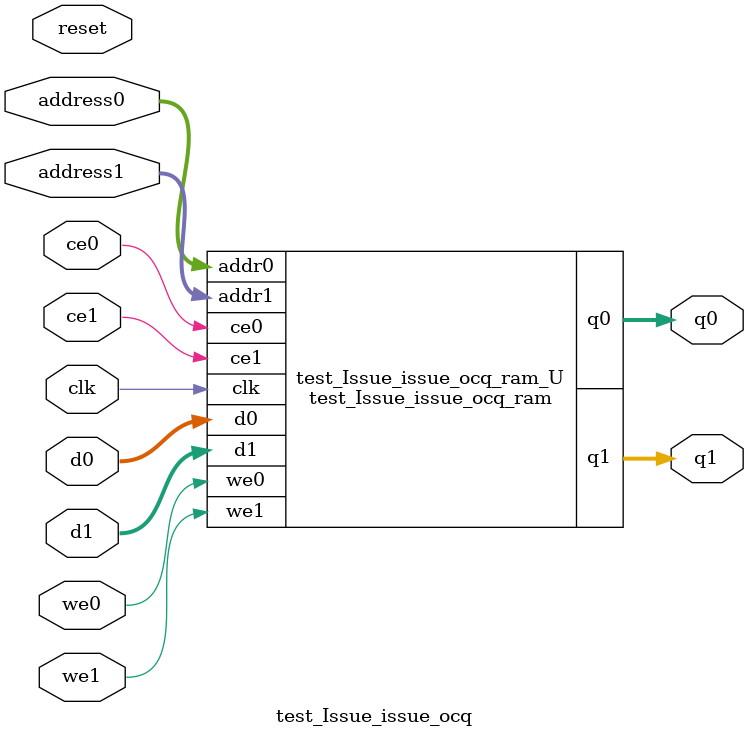
<source format=v>

`timescale 1 ns / 1 ps
module test_Issue_issue_ocq_ram (addr0, ce0, d0, we0, q0, addr1, ce1, d1, we1, q1,  clk);

parameter DWIDTH = 8;
parameter AWIDTH = 5;
parameter MEM_SIZE = 32;

input[AWIDTH-1:0] addr0;
input ce0;
input[DWIDTH-1:0] d0;
input we0;
output reg[DWIDTH-1:0] q0;
input[AWIDTH-1:0] addr1;
input ce1;
input[DWIDTH-1:0] d1;
input we1;
output reg[DWIDTH-1:0] q1;
input clk;

(* ram_style = "block" *)reg [DWIDTH-1:0] ram[0:MEM_SIZE-1];




always @(posedge clk)  
begin 
    if (ce0) 
    begin
        if (we0) 
        begin 
            ram[addr0] <= d0; 
            q0 <= d0;
        end 
        else 
            q0 <= ram[addr0];
    end
end


always @(posedge clk)  
begin 
    if (ce1) 
    begin
        if (we1) 
        begin 
            ram[addr1] <= d1; 
            q1 <= d1;
        end 
        else 
            q1 <= ram[addr1];
    end
end


endmodule


`timescale 1 ns / 1 ps
module test_Issue_issue_ocq(
    reset,
    clk,
    address0,
    ce0,
    we0,
    d0,
    q0,
    address1,
    ce1,
    we1,
    d1,
    q1);

parameter DataWidth = 32'd8;
parameter AddressRange = 32'd32;
parameter AddressWidth = 32'd5;
input reset;
input clk;
input[AddressWidth - 1:0] address0;
input ce0;
input we0;
input[DataWidth - 1:0] d0;
output[DataWidth - 1:0] q0;
input[AddressWidth - 1:0] address1;
input ce1;
input we1;
input[DataWidth - 1:0] d1;
output[DataWidth - 1:0] q1;



test_Issue_issue_ocq_ram test_Issue_issue_ocq_ram_U(
    .clk( clk ),
    .addr0( address0 ),
    .ce0( ce0 ),
    .we0( we0 ),
    .d0( d0 ),
    .q0( q0 ),
    .addr1( address1 ),
    .ce1( ce1 ),
    .we1( we1 ),
    .d1( d1 ),
    .q1( q1 ));

endmodule


</source>
